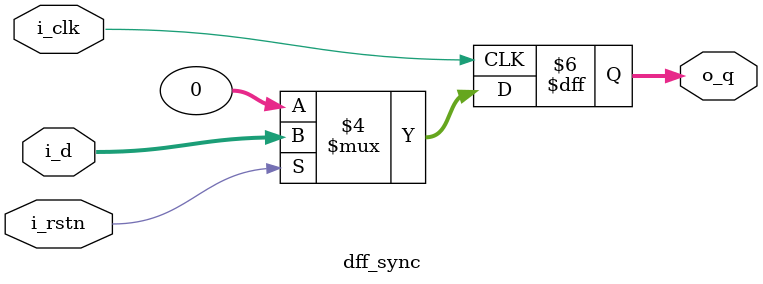
<source format=v>

module dff_async
#(	
	parameter	BW_DATA			= 32
)
(	
	output reg	[BW_DATA-1:0]	o_q,
	input		[BW_DATA-1:0]	i_d,
	input						i_clk,
	input						i_rstn
);

	always @(posedge i_clk or negedge i_rstn) begin
		if(!i_rstn) begin
			o_q	<= 0;
		end else begin
			o_q	<= i_d;
		end
	end

endmodule

module dff_sync
#(	
	parameter	BW_DATA			= 32
)
(	
	output reg	[BW_DATA-1:0]	o_q,
	input		[BW_DATA-1:0]	i_d,
	input						i_clk,
	input						i_rstn
);

	always @(posedge i_clk) begin
		if(!i_rstn) begin
			o_q	<= 0;
		end else begin
			o_q	<= i_d;
		end
	end

endmodule

</source>
